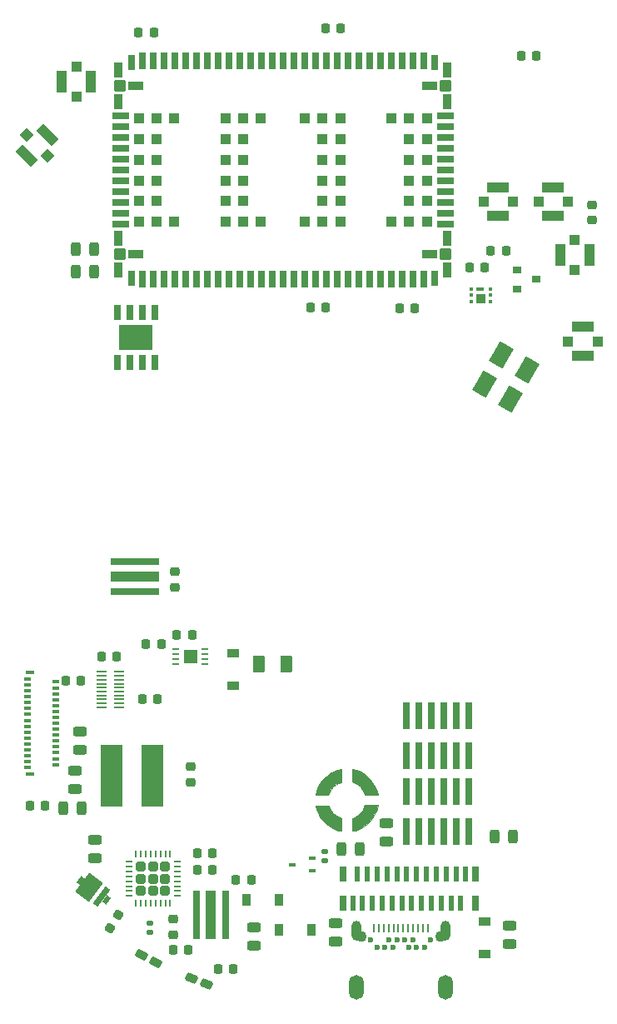
<source format=gbr>
G04 #@! TF.GenerationSoftware,KiCad,Pcbnew,6.0.0+dfsg1-2*
G04 #@! TF.CreationDate,2022-05-11T22:29:48-04:00*
G04 #@! TF.ProjectId,RUSP_Mainboard,52555350-5f4d-4616-996e-626f6172642e,rev?*
G04 #@! TF.SameCoordinates,Original*
G04 #@! TF.FileFunction,Paste,Top*
G04 #@! TF.FilePolarity,Positive*
%FSLAX46Y46*%
G04 Gerber Fmt 4.6, Leading zero omitted, Abs format (unit mm)*
G04 Created by KiCad (PCBNEW 6.0.0+dfsg1-2) date 2022-05-11 22:29:48*
%MOMM*%
%LPD*%
G01*
G04 APERTURE LIST*
G04 Aperture macros list*
%AMRoundRect*
0 Rectangle with rounded corners*
0 $1 Rounding radius*
0 $2 $3 $4 $5 $6 $7 $8 $9 X,Y pos of 4 corners*
0 Add a 4 corners polygon primitive as box body*
4,1,4,$2,$3,$4,$5,$6,$7,$8,$9,$2,$3,0*
0 Add four circle primitives for the rounded corners*
1,1,$1+$1,$2,$3*
1,1,$1+$1,$4,$5*
1,1,$1+$1,$6,$7*
1,1,$1+$1,$8,$9*
0 Add four rect primitives between the rounded corners*
20,1,$1+$1,$2,$3,$4,$5,0*
20,1,$1+$1,$4,$5,$6,$7,0*
20,1,$1+$1,$6,$7,$8,$9,0*
20,1,$1+$1,$8,$9,$2,$3,0*%
%AMRotRect*
0 Rectangle, with rotation*
0 The origin of the aperture is its center*
0 $1 length*
0 $2 width*
0 $3 Rotation angle, in degrees counterclockwise*
0 Add horizontal line*
21,1,$1,$2,0,0,$3*%
G04 Aperture macros list end*
%ADD10C,0.100000*%
%ADD11C,0.010000*%
%ADD12RoundRect,0.147500X0.172500X-0.147500X0.172500X0.147500X-0.172500X0.147500X-0.172500X-0.147500X0*%
%ADD13RoundRect,0.225000X-0.225000X-0.250000X0.225000X-0.250000X0.225000X0.250000X-0.225000X0.250000X0*%
%ADD14RoundRect,0.218750X-0.218750X-0.256250X0.218750X-0.256250X0.218750X0.256250X-0.218750X0.256250X0*%
%ADD15R,0.740000X2.790000*%
%ADD16R,0.800000X1.600000*%
%ADD17R,0.600000X1.600000*%
%ADD18R,1.200000X0.900000*%
%ADD19RoundRect,0.243750X-0.243750X-0.456250X0.243750X-0.456250X0.243750X0.456250X-0.243750X0.456250X0*%
%ADD20RoundRect,0.243750X0.456250X-0.243750X0.456250X0.243750X-0.456250X0.243750X-0.456250X-0.243750X0*%
%ADD21RoundRect,0.243750X0.243750X0.456250X-0.243750X0.456250X-0.243750X-0.456250X0.243750X-0.456250X0*%
%ADD22RoundRect,0.225000X0.225000X0.250000X-0.225000X0.250000X-0.225000X-0.250000X0.225000X-0.250000X0*%
%ADD23RoundRect,0.212500X-0.449585X-0.055039X0.297279X-0.341733X0.449585X0.055039X-0.297279X0.341733X0*%
%ADD24RoundRect,0.218750X-0.256250X0.218750X-0.256250X-0.218750X0.256250X-0.218750X0.256250X0.218750X0*%
%ADD25R,1.360000X1.460000*%
%ADD26R,0.750000X0.280000*%
%ADD27R,0.280000X0.890000*%
%ADD28C,0.600000*%
%ADD29O,1.000000X2.000000*%
%ADD30O,1.500000X2.500000*%
%ADD31C,1.100000*%
%ADD32R,0.800000X1.500000*%
%ADD33R,0.750000X1.750000*%
%ADD34RoundRect,0.025000X-0.400000X-0.750000X0.400000X-0.750000X0.400000X0.750000X-0.400000X0.750000X0*%
%ADD35RoundRect,0.025000X-0.550000X-0.550000X0.550000X-0.550000X0.550000X0.550000X-0.550000X0.550000X0*%
%ADD36R,1.750000X0.750000*%
%ADD37RoundRect,0.025000X0.400000X0.750000X-0.400000X0.750000X-0.400000X-0.750000X0.400000X-0.750000X0*%
%ADD38RoundRect,0.025000X0.550000X0.550000X-0.550000X0.550000X-0.550000X-0.550000X0.550000X-0.550000X0*%
%ADD39RoundRect,0.025000X-0.750000X0.400000X-0.750000X-0.400000X0.750000X-0.400000X0.750000X0.400000X0*%
%ADD40R,1.050000X1.050000*%
%ADD41RoundRect,0.025000X0.750000X-0.400000X0.750000X0.400000X-0.750000X0.400000X-0.750000X-0.400000X0*%
%ADD42RoundRect,0.218750X0.256250X-0.218750X0.256250X0.218750X-0.256250X0.218750X-0.256250X-0.218750X0*%
%ADD43RoundRect,0.218750X0.218750X0.256250X-0.218750X0.256250X-0.218750X-0.256250X0.218750X-0.256250X0*%
%ADD44R,0.450000X0.300000*%
%ADD45R,1.000000X1.000000*%
%ADD46R,1.050000X2.200000*%
%ADD47RotRect,1.000000X1.000000X45.000000*%
%ADD48RotRect,1.050000X2.200000X45.000000*%
%ADD49RoundRect,0.212500X-0.452942X0.000162X0.253416X-0.375415X0.452942X-0.000162X-0.253416X0.375415X0*%
%ADD50R,5.000000X0.700000*%
%ADD51R,5.000000X1.000000*%
%ADD52RoundRect,0.243750X-0.456250X0.243750X-0.456250X-0.243750X0.456250X-0.243750X0.456250X0.243750X0*%
%ADD53R,0.700000X0.450000*%
%ADD54R,2.200000X6.300000*%
%ADD55R,2.200000X1.050000*%
%ADD56RoundRect,0.218750X0.101392X-0.321302X0.333232X0.049719X-0.101392X0.321302X-0.333232X-0.049719X0*%
%ADD57RotRect,2.400000X1.750000X53.000000*%
%ADD58RotRect,0.800000X0.500000X53.000000*%
%ADD59RotRect,2.150000X0.600000X53.000000*%
%ADD60R,0.900000X0.800000*%
%ADD61R,0.950000X0.400000*%
%ADD62R,0.800000X0.300000*%
%ADD63R,0.650000X0.300000*%
%ADD64RoundRect,0.250000X-0.375000X-0.625000X0.375000X-0.625000X0.375000X0.625000X-0.375000X0.625000X0*%
%ADD65R,3.500000X2.610000*%
%ADD66RoundRect,0.147500X-0.172500X0.147500X-0.172500X-0.147500X0.172500X-0.147500X0.172500X0.147500X0*%
%ADD67RoundRect,0.225000X-0.250000X0.225000X-0.250000X-0.225000X0.250000X-0.225000X0.250000X0.225000X0*%
%ADD68R,0.700000X5.000000*%
%ADD69R,1.000000X5.000000*%
%ADD70RotRect,1.600000X2.300000X330.000000*%
%ADD71RoundRect,0.245000X0.245000X0.245000X-0.245000X0.245000X-0.245000X-0.245000X0.245000X-0.245000X0*%
%ADD72RoundRect,0.062500X0.312500X0.062500X-0.312500X0.062500X-0.312500X-0.062500X0.312500X-0.062500X0*%
%ADD73RoundRect,0.062500X0.062500X0.312500X-0.062500X0.312500X-0.062500X-0.312500X0.062500X-0.312500X0*%
%ADD74R,0.900000X1.200000*%
%ADD75R,1.100000X0.180000*%
%ADD76R,1.000000X0.180000*%
G04 APERTURE END LIST*
D10*
X150900000Y-133125000D02*
X151025000Y-132775000D01*
X151025000Y-132775000D02*
X151175000Y-132450000D01*
X151175000Y-132450000D02*
X151350000Y-132175000D01*
X151350000Y-132175000D02*
X151550000Y-131925000D01*
X151550000Y-131925000D02*
X151725000Y-131725000D01*
X151725000Y-131725000D02*
X151900000Y-131575000D01*
X151900000Y-131575000D02*
X152150000Y-131375000D01*
X152150000Y-131375000D02*
X152425000Y-131200000D01*
X152425000Y-131200000D02*
X152700000Y-131075000D01*
X152700000Y-131075000D02*
X153075000Y-130925000D01*
X153075000Y-130925000D02*
X153425000Y-130850000D01*
X153425000Y-130850000D02*
X153425000Y-132175000D01*
X153425000Y-132175000D02*
X153175000Y-132250000D01*
X153175000Y-132250000D02*
X152925000Y-132400000D01*
X152925000Y-132400000D02*
X152625000Y-132625000D01*
X152625000Y-132625000D02*
X152350000Y-132975000D01*
X152350000Y-132975000D02*
X152125000Y-133475000D01*
X152125000Y-133475000D02*
X150825000Y-133475000D01*
X150825000Y-133475000D02*
X150900000Y-133125000D01*
G36*
X153425000Y-132175000D02*
G01*
X153175000Y-132250000D01*
X152925000Y-132400000D01*
X152625000Y-132625000D01*
X152350000Y-132975000D01*
X152125000Y-133475000D01*
X150825000Y-133475000D01*
X150900000Y-133125000D01*
X151025000Y-132775000D01*
X151175000Y-132450000D01*
X151350000Y-132175000D01*
X151550000Y-131925000D01*
X151725000Y-131725000D01*
X151900000Y-131575000D01*
X152150000Y-131375000D01*
X152425000Y-131200000D01*
X152700000Y-131075000D01*
X153075000Y-130925000D01*
X153425000Y-130850000D01*
X153425000Y-132175000D01*
G37*
X153425000Y-132175000D02*
X153175000Y-132250000D01*
X152925000Y-132400000D01*
X152625000Y-132625000D01*
X152350000Y-132975000D01*
X152125000Y-133475000D01*
X150825000Y-133475000D01*
X150900000Y-133125000D01*
X151025000Y-132775000D01*
X151175000Y-132450000D01*
X151350000Y-132175000D01*
X151550000Y-131925000D01*
X151725000Y-131725000D01*
X151900000Y-131575000D01*
X152150000Y-131375000D01*
X152425000Y-131200000D01*
X152700000Y-131075000D01*
X153075000Y-130925000D01*
X153425000Y-130850000D01*
X153425000Y-132175000D01*
X153125000Y-137075000D02*
X152775000Y-136950000D01*
X152775000Y-136950000D02*
X152450000Y-136800000D01*
X152450000Y-136800000D02*
X152175000Y-136625000D01*
X152175000Y-136625000D02*
X151925000Y-136425000D01*
X151925000Y-136425000D02*
X151725000Y-136250000D01*
X151725000Y-136250000D02*
X151575000Y-136075000D01*
X151575000Y-136075000D02*
X151375000Y-135825000D01*
X151375000Y-135825000D02*
X151200000Y-135550000D01*
X151200000Y-135550000D02*
X151075000Y-135275000D01*
X151075000Y-135275000D02*
X150925000Y-134900000D01*
X150925000Y-134900000D02*
X150850000Y-134550000D01*
X150850000Y-134550000D02*
X152175000Y-134550000D01*
X152175000Y-134550000D02*
X152250000Y-134800000D01*
X152250000Y-134800000D02*
X152400000Y-135050000D01*
X152400000Y-135050000D02*
X152625000Y-135350000D01*
X152625000Y-135350000D02*
X152975000Y-135625000D01*
X152975000Y-135625000D02*
X153475000Y-135850000D01*
X153475000Y-135850000D02*
X153475000Y-137150000D01*
X153475000Y-137150000D02*
X153125000Y-137075000D01*
G36*
X152250000Y-134800000D02*
G01*
X152400000Y-135050000D01*
X152625000Y-135350000D01*
X152975000Y-135625000D01*
X153475000Y-135850000D01*
X153475000Y-137150000D01*
X153125000Y-137075000D01*
X152775000Y-136950000D01*
X152450000Y-136800000D01*
X152175000Y-136625000D01*
X151925000Y-136425000D01*
X151725000Y-136250000D01*
X151575000Y-136075000D01*
X151375000Y-135825000D01*
X151200000Y-135550000D01*
X151075000Y-135275000D01*
X150925000Y-134900000D01*
X150850000Y-134550000D01*
X152175000Y-134550000D01*
X152250000Y-134800000D01*
G37*
X152250000Y-134800000D02*
X152400000Y-135050000D01*
X152625000Y-135350000D01*
X152975000Y-135625000D01*
X153475000Y-135850000D01*
X153475000Y-137150000D01*
X153125000Y-137075000D01*
X152775000Y-136950000D01*
X152450000Y-136800000D01*
X152175000Y-136625000D01*
X151925000Y-136425000D01*
X151725000Y-136250000D01*
X151575000Y-136075000D01*
X151375000Y-135825000D01*
X151200000Y-135550000D01*
X151075000Y-135275000D01*
X150925000Y-134900000D01*
X150850000Y-134550000D01*
X152175000Y-134550000D01*
X152250000Y-134800000D01*
X157075000Y-134875000D02*
X156950000Y-135225000D01*
X156950000Y-135225000D02*
X156800000Y-135550000D01*
X156800000Y-135550000D02*
X156625000Y-135825000D01*
X156625000Y-135825000D02*
X156425000Y-136075000D01*
X156425000Y-136075000D02*
X156250000Y-136275000D01*
X156250000Y-136275000D02*
X156075000Y-136425000D01*
X156075000Y-136425000D02*
X155825000Y-136625000D01*
X155825000Y-136625000D02*
X155550000Y-136800000D01*
X155550000Y-136800000D02*
X155275000Y-136925000D01*
X155275000Y-136925000D02*
X154900000Y-137075000D01*
X154900000Y-137075000D02*
X154550000Y-137150000D01*
X154550000Y-137150000D02*
X154550000Y-135825000D01*
X154550000Y-135825000D02*
X154800000Y-135750000D01*
X154800000Y-135750000D02*
X155050000Y-135600000D01*
X155050000Y-135600000D02*
X155350000Y-135375000D01*
X155350000Y-135375000D02*
X155625000Y-135025000D01*
X155625000Y-135025000D02*
X155850000Y-134525000D01*
X155850000Y-134525000D02*
X157150000Y-134525000D01*
X157150000Y-134525000D02*
X157075000Y-134875000D01*
G36*
X157075000Y-134875000D02*
G01*
X156950000Y-135225000D01*
X156800000Y-135550000D01*
X156625000Y-135825000D01*
X156425000Y-136075000D01*
X156250000Y-136275000D01*
X156075000Y-136425000D01*
X155825000Y-136625000D01*
X155550000Y-136800000D01*
X155275000Y-136925000D01*
X154900000Y-137075000D01*
X154550000Y-137150000D01*
X154550000Y-135825000D01*
X154800000Y-135750000D01*
X155050000Y-135600000D01*
X155350000Y-135375000D01*
X155625000Y-135025000D01*
X155850000Y-134525000D01*
X157150000Y-134525000D01*
X157075000Y-134875000D01*
G37*
X157075000Y-134875000D02*
X156950000Y-135225000D01*
X156800000Y-135550000D01*
X156625000Y-135825000D01*
X156425000Y-136075000D01*
X156250000Y-136275000D01*
X156075000Y-136425000D01*
X155825000Y-136625000D01*
X155550000Y-136800000D01*
X155275000Y-136925000D01*
X154900000Y-137075000D01*
X154550000Y-137150000D01*
X154550000Y-135825000D01*
X154800000Y-135750000D01*
X155050000Y-135600000D01*
X155350000Y-135375000D01*
X155625000Y-135025000D01*
X155850000Y-134525000D01*
X157150000Y-134525000D01*
X157075000Y-134875000D01*
X154875000Y-130925000D02*
X155225000Y-131050000D01*
X155225000Y-131050000D02*
X155550000Y-131200000D01*
X155550000Y-131200000D02*
X155825000Y-131375000D01*
X155825000Y-131375000D02*
X156075000Y-131575000D01*
X156075000Y-131575000D02*
X156275000Y-131750000D01*
X156275000Y-131750000D02*
X156425000Y-131925000D01*
X156425000Y-131925000D02*
X156625000Y-132175000D01*
X156625000Y-132175000D02*
X156800000Y-132450000D01*
X156800000Y-132450000D02*
X156925000Y-132725000D01*
X156925000Y-132725000D02*
X157075000Y-133100000D01*
X157075000Y-133100000D02*
X157150000Y-133450000D01*
X157150000Y-133450000D02*
X155825000Y-133450000D01*
X155825000Y-133450000D02*
X155750000Y-133200000D01*
X155750000Y-133200000D02*
X155600000Y-132950000D01*
X155600000Y-132950000D02*
X155375000Y-132650000D01*
X155375000Y-132650000D02*
X155025000Y-132375000D01*
X155025000Y-132375000D02*
X154525000Y-132150000D01*
X154525000Y-132150000D02*
X154525000Y-130850000D01*
X154525000Y-130850000D02*
X154875000Y-130925000D01*
G36*
X154875000Y-130925000D02*
G01*
X155225000Y-131050000D01*
X155550000Y-131200000D01*
X155825000Y-131375000D01*
X156075000Y-131575000D01*
X156275000Y-131750000D01*
X156425000Y-131925000D01*
X156625000Y-132175000D01*
X156800000Y-132450000D01*
X156925000Y-132725000D01*
X157075000Y-133100000D01*
X157150000Y-133450000D01*
X155825000Y-133450000D01*
X155750000Y-133200000D01*
X155600000Y-132950000D01*
X155375000Y-132650000D01*
X155025000Y-132375000D01*
X154525000Y-132150000D01*
X154525000Y-130850000D01*
X154875000Y-130925000D01*
G37*
X154875000Y-130925000D02*
X155225000Y-131050000D01*
X155550000Y-131200000D01*
X155825000Y-131375000D01*
X156075000Y-131575000D01*
X156275000Y-131750000D01*
X156425000Y-131925000D01*
X156625000Y-132175000D01*
X156800000Y-132450000D01*
X156925000Y-132725000D01*
X157075000Y-133100000D01*
X157150000Y-133450000D01*
X155825000Y-133450000D01*
X155750000Y-133200000D01*
X155600000Y-132950000D01*
X155375000Y-132650000D01*
X155025000Y-132375000D01*
X154525000Y-132150000D01*
X154525000Y-130850000D01*
X154875000Y-130925000D01*
D11*
X167205000Y-81905000D02*
X167805000Y-81905000D01*
X167805000Y-81905000D02*
X167807617Y-81905069D01*
X167807617Y-81905069D02*
X167810226Y-81905274D01*
X167810226Y-81905274D02*
X167812822Y-81905616D01*
X167812822Y-81905616D02*
X167815396Y-81906093D01*
X167815396Y-81906093D02*
X167817941Y-81906704D01*
X167817941Y-81906704D02*
X167820451Y-81907447D01*
X167820451Y-81907447D02*
X167822918Y-81908321D01*
X167822918Y-81908321D02*
X167825337Y-81909323D01*
X167825337Y-81909323D02*
X167827700Y-81910450D01*
X167827700Y-81910450D02*
X167830000Y-81911699D01*
X167830000Y-81911699D02*
X167832232Y-81913066D01*
X167832232Y-81913066D02*
X167834389Y-81914549D01*
X167834389Y-81914549D02*
X167836466Y-81916143D01*
X167836466Y-81916143D02*
X167838457Y-81917843D01*
X167838457Y-81917843D02*
X167840355Y-81919645D01*
X167840355Y-81919645D02*
X167842157Y-81921543D01*
X167842157Y-81921543D02*
X167843857Y-81923534D01*
X167843857Y-81923534D02*
X167845451Y-81925611D01*
X167845451Y-81925611D02*
X167846934Y-81927768D01*
X167846934Y-81927768D02*
X167848301Y-81930000D01*
X167848301Y-81930000D02*
X167849550Y-81932300D01*
X167849550Y-81932300D02*
X167850677Y-81934663D01*
X167850677Y-81934663D02*
X167851679Y-81937082D01*
X167851679Y-81937082D02*
X167852553Y-81939549D01*
X167852553Y-81939549D02*
X167853296Y-81942059D01*
X167853296Y-81942059D02*
X167853907Y-81944604D01*
X167853907Y-81944604D02*
X167854384Y-81947178D01*
X167854384Y-81947178D02*
X167854726Y-81949774D01*
X167854726Y-81949774D02*
X167854931Y-81952383D01*
X167854931Y-81952383D02*
X167855000Y-81955000D01*
X167855000Y-81955000D02*
X167855000Y-82145000D01*
X167855000Y-82145000D02*
X167854931Y-82147617D01*
X167854931Y-82147617D02*
X167854726Y-82150226D01*
X167854726Y-82150226D02*
X167854384Y-82152822D01*
X167854384Y-82152822D02*
X167853907Y-82155396D01*
X167853907Y-82155396D02*
X167853296Y-82157941D01*
X167853296Y-82157941D02*
X167852553Y-82160451D01*
X167852553Y-82160451D02*
X167851679Y-82162918D01*
X167851679Y-82162918D02*
X167850677Y-82165337D01*
X167850677Y-82165337D02*
X167849550Y-82167700D01*
X167849550Y-82167700D02*
X167848301Y-82170000D01*
X167848301Y-82170000D02*
X167846934Y-82172232D01*
X167846934Y-82172232D02*
X167845451Y-82174389D01*
X167845451Y-82174389D02*
X167843857Y-82176466D01*
X167843857Y-82176466D02*
X167842157Y-82178457D01*
X167842157Y-82178457D02*
X167840355Y-82180355D01*
X167840355Y-82180355D02*
X167838457Y-82182157D01*
X167838457Y-82182157D02*
X167836466Y-82183857D01*
X167836466Y-82183857D02*
X167834389Y-82185451D01*
X167834389Y-82185451D02*
X167832232Y-82186934D01*
X167832232Y-82186934D02*
X167830000Y-82188301D01*
X167830000Y-82188301D02*
X167827700Y-82189550D01*
X167827700Y-82189550D02*
X167825337Y-82190677D01*
X167825337Y-82190677D02*
X167822918Y-82191679D01*
X167822918Y-82191679D02*
X167820451Y-82192553D01*
X167820451Y-82192553D02*
X167817941Y-82193296D01*
X167817941Y-82193296D02*
X167815396Y-82193907D01*
X167815396Y-82193907D02*
X167812822Y-82194384D01*
X167812822Y-82194384D02*
X167810226Y-82194726D01*
X167810226Y-82194726D02*
X167807617Y-82194931D01*
X167807617Y-82194931D02*
X167805000Y-82195000D01*
X167805000Y-82195000D02*
X167205000Y-82195000D01*
X167205000Y-82195000D02*
X167202383Y-82194931D01*
X167202383Y-82194931D02*
X167199774Y-82194726D01*
X167199774Y-82194726D02*
X167197178Y-82194384D01*
X167197178Y-82194384D02*
X167194604Y-82193907D01*
X167194604Y-82193907D02*
X167192059Y-82193296D01*
X167192059Y-82193296D02*
X167189549Y-82192553D01*
X167189549Y-82192553D02*
X167187082Y-82191679D01*
X167187082Y-82191679D02*
X167184663Y-82190677D01*
X167184663Y-82190677D02*
X167182300Y-82189550D01*
X167182300Y-82189550D02*
X167180000Y-82188301D01*
X167180000Y-82188301D02*
X167177768Y-82186934D01*
X167177768Y-82186934D02*
X167175611Y-82185451D01*
X167175611Y-82185451D02*
X167173534Y-82183857D01*
X167173534Y-82183857D02*
X167171543Y-82182157D01*
X167171543Y-82182157D02*
X167169645Y-82180355D01*
X167169645Y-82180355D02*
X167167843Y-82178457D01*
X167167843Y-82178457D02*
X167166143Y-82176466D01*
X167166143Y-82176466D02*
X167164549Y-82174389D01*
X167164549Y-82174389D02*
X167163066Y-82172232D01*
X167163066Y-82172232D02*
X167161699Y-82170000D01*
X167161699Y-82170000D02*
X167160450Y-82167700D01*
X167160450Y-82167700D02*
X167159323Y-82165337D01*
X167159323Y-82165337D02*
X167158321Y-82162918D01*
X167158321Y-82162918D02*
X167157447Y-82160451D01*
X167157447Y-82160451D02*
X167156704Y-82157941D01*
X167156704Y-82157941D02*
X167156093Y-82155396D01*
X167156093Y-82155396D02*
X167155616Y-82152822D01*
X167155616Y-82152822D02*
X167155274Y-82150226D01*
X167155274Y-82150226D02*
X167155069Y-82147617D01*
X167155069Y-82147617D02*
X167155000Y-82145000D01*
X167155000Y-82145000D02*
X167155000Y-81955000D01*
X167155000Y-81955000D02*
X167155069Y-81952383D01*
X167155069Y-81952383D02*
X167155274Y-81949774D01*
X167155274Y-81949774D02*
X167155616Y-81947178D01*
X167155616Y-81947178D02*
X167156093Y-81944604D01*
X167156093Y-81944604D02*
X167156704Y-81942059D01*
X167156704Y-81942059D02*
X167157447Y-81939549D01*
X167157447Y-81939549D02*
X167158321Y-81937082D01*
X167158321Y-81937082D02*
X167159323Y-81934663D01*
X167159323Y-81934663D02*
X167160450Y-81932300D01*
X167160450Y-81932300D02*
X167161699Y-81930000D01*
X167161699Y-81930000D02*
X167163066Y-81927768D01*
X167163066Y-81927768D02*
X167164549Y-81925611D01*
X167164549Y-81925611D02*
X167166143Y-81923534D01*
X167166143Y-81923534D02*
X167167843Y-81921543D01*
X167167843Y-81921543D02*
X167169645Y-81919645D01*
X167169645Y-81919645D02*
X167171543Y-81917843D01*
X167171543Y-81917843D02*
X167173534Y-81916143D01*
X167173534Y-81916143D02*
X167175611Y-81914549D01*
X167175611Y-81914549D02*
X167177768Y-81913066D01*
X167177768Y-81913066D02*
X167180000Y-81911699D01*
X167180000Y-81911699D02*
X167182300Y-81910450D01*
X167182300Y-81910450D02*
X167184663Y-81909323D01*
X167184663Y-81909323D02*
X167187082Y-81908321D01*
X167187082Y-81908321D02*
X167189549Y-81907447D01*
X167189549Y-81907447D02*
X167192059Y-81906704D01*
X167192059Y-81906704D02*
X167194604Y-81906093D01*
X167194604Y-81906093D02*
X167197178Y-81905616D01*
X167197178Y-81905616D02*
X167199774Y-81905274D01*
X167199774Y-81905274D02*
X167202383Y-81905069D01*
X167202383Y-81905069D02*
X167205000Y-81905000D01*
X167205000Y-81905000D02*
X167205000Y-81905000D01*
G36*
X167807617Y-81905069D02*
G01*
X167810226Y-81905274D01*
X167812822Y-81905616D01*
X167815396Y-81906093D01*
X167817941Y-81906704D01*
X167820451Y-81907447D01*
X167822918Y-81908321D01*
X167825337Y-81909323D01*
X167827700Y-81910450D01*
X167830000Y-81911699D01*
X167832232Y-81913066D01*
X167834389Y-81914549D01*
X167836466Y-81916143D01*
X167838457Y-81917843D01*
X167840355Y-81919645D01*
X167842157Y-81921543D01*
X167843857Y-81923534D01*
X167845451Y-81925611D01*
X167846934Y-81927768D01*
X167848301Y-81930000D01*
X167849550Y-81932300D01*
X167850677Y-81934663D01*
X167851679Y-81937082D01*
X167852553Y-81939549D01*
X167853296Y-81942059D01*
X167853907Y-81944604D01*
X167854384Y-81947178D01*
X167854726Y-81949774D01*
X167854931Y-81952383D01*
X167855000Y-81955000D01*
X167855000Y-82145000D01*
X167854931Y-82147617D01*
X167854726Y-82150226D01*
X167854384Y-82152822D01*
X167853907Y-82155396D01*
X167853296Y-82157941D01*
X167852553Y-82160451D01*
X167851679Y-82162918D01*
X167850677Y-82165337D01*
X167849550Y-82167700D01*
X167848301Y-82170000D01*
X167846934Y-82172232D01*
X167845451Y-82174389D01*
X167843857Y-82176466D01*
X167842157Y-82178457D01*
X167840355Y-82180355D01*
X167838457Y-82182157D01*
X167836466Y-82183857D01*
X167834389Y-82185451D01*
X167832232Y-82186934D01*
X167830000Y-82188301D01*
X167827700Y-82189550D01*
X167825337Y-82190677D01*
X167822918Y-82191679D01*
X167820451Y-82192553D01*
X167817941Y-82193296D01*
X167815396Y-82193907D01*
X167812822Y-82194384D01*
X167810226Y-82194726D01*
X167807617Y-82194931D01*
X167805000Y-82195000D01*
X167205000Y-82195000D01*
X167202383Y-82194931D01*
X167199774Y-82194726D01*
X167197178Y-82194384D01*
X167194604Y-82193907D01*
X167192059Y-82193296D01*
X167189549Y-82192553D01*
X167187082Y-82191679D01*
X167184663Y-82190677D01*
X167182300Y-82189550D01*
X167180000Y-82188301D01*
X167177768Y-82186934D01*
X167175611Y-82185451D01*
X167173534Y-82183857D01*
X167171543Y-82182157D01*
X167169645Y-82180355D01*
X167167843Y-82178457D01*
X167166143Y-82176466D01*
X167164549Y-82174389D01*
X167163066Y-82172232D01*
X167161699Y-82170000D01*
X167160450Y-82167700D01*
X167159323Y-82165337D01*
X167158321Y-82162918D01*
X167157447Y-82160451D01*
X167156704Y-82157941D01*
X167156093Y-82155396D01*
X167155616Y-82152822D01*
X167155274Y-82150226D01*
X167155069Y-82147617D01*
X167155000Y-82145000D01*
X167155000Y-81955000D01*
X167155069Y-81952383D01*
X167155274Y-81949774D01*
X167155616Y-81947178D01*
X167156093Y-81944604D01*
X167156704Y-81942059D01*
X167157447Y-81939549D01*
X167158321Y-81937082D01*
X167159323Y-81934663D01*
X167160450Y-81932300D01*
X167161699Y-81930000D01*
X167163066Y-81927768D01*
X167164549Y-81925611D01*
X167166143Y-81923534D01*
X167167843Y-81921543D01*
X167169645Y-81919645D01*
X167171543Y-81917843D01*
X167173534Y-81916143D01*
X167175611Y-81914549D01*
X167177768Y-81913066D01*
X167180000Y-81911699D01*
X167182300Y-81910450D01*
X167184663Y-81909323D01*
X167187082Y-81908321D01*
X167189549Y-81907447D01*
X167192059Y-81906704D01*
X167194604Y-81906093D01*
X167197178Y-81905616D01*
X167199774Y-81905274D01*
X167202383Y-81905069D01*
X167205000Y-81905000D01*
X167805000Y-81905000D01*
X167807617Y-81905069D01*
G37*
X167807617Y-81905069D02*
X167810226Y-81905274D01*
X167812822Y-81905616D01*
X167815396Y-81906093D01*
X167817941Y-81906704D01*
X167820451Y-81907447D01*
X167822918Y-81908321D01*
X167825337Y-81909323D01*
X167827700Y-81910450D01*
X167830000Y-81911699D01*
X167832232Y-81913066D01*
X167834389Y-81914549D01*
X167836466Y-81916143D01*
X167838457Y-81917843D01*
X167840355Y-81919645D01*
X167842157Y-81921543D01*
X167843857Y-81923534D01*
X167845451Y-81925611D01*
X167846934Y-81927768D01*
X167848301Y-81930000D01*
X167849550Y-81932300D01*
X167850677Y-81934663D01*
X167851679Y-81937082D01*
X167852553Y-81939549D01*
X167853296Y-81942059D01*
X167853907Y-81944604D01*
X167854384Y-81947178D01*
X167854726Y-81949774D01*
X167854931Y-81952383D01*
X167855000Y-81955000D01*
X167855000Y-82145000D01*
X167854931Y-82147617D01*
X167854726Y-82150226D01*
X167854384Y-82152822D01*
X167853907Y-82155396D01*
X167853296Y-82157941D01*
X167852553Y-82160451D01*
X167851679Y-82162918D01*
X167850677Y-82165337D01*
X167849550Y-82167700D01*
X167848301Y-82170000D01*
X167846934Y-82172232D01*
X167845451Y-82174389D01*
X167843857Y-82176466D01*
X167842157Y-82178457D01*
X167840355Y-82180355D01*
X167838457Y-82182157D01*
X167836466Y-82183857D01*
X167834389Y-82185451D01*
X167832232Y-82186934D01*
X167830000Y-82188301D01*
X167827700Y-82189550D01*
X167825337Y-82190677D01*
X167822918Y-82191679D01*
X167820451Y-82192553D01*
X167817941Y-82193296D01*
X167815396Y-82193907D01*
X167812822Y-82194384D01*
X167810226Y-82194726D01*
X167807617Y-82194931D01*
X167805000Y-82195000D01*
X167205000Y-82195000D01*
X167202383Y-82194931D01*
X167199774Y-82194726D01*
X167197178Y-82194384D01*
X167194604Y-82193907D01*
X167192059Y-82193296D01*
X167189549Y-82192553D01*
X167187082Y-82191679D01*
X167184663Y-82190677D01*
X167182300Y-82189550D01*
X167180000Y-82188301D01*
X167177768Y-82186934D01*
X167175611Y-82185451D01*
X167173534Y-82183857D01*
X167171543Y-82182157D01*
X167169645Y-82180355D01*
X167167843Y-82178457D01*
X167166143Y-82176466D01*
X167164549Y-82174389D01*
X167163066Y-82172232D01*
X167161699Y-82170000D01*
X167160450Y-82167700D01*
X167159323Y-82165337D01*
X167158321Y-82162918D01*
X167157447Y-82160451D01*
X167156704Y-82157941D01*
X167156093Y-82155396D01*
X167155616Y-82152822D01*
X167155274Y-82150226D01*
X167155069Y-82147617D01*
X167155000Y-82145000D01*
X167155000Y-81955000D01*
X167155069Y-81952383D01*
X167155274Y-81949774D01*
X167155616Y-81947178D01*
X167156093Y-81944604D01*
X167156704Y-81942059D01*
X167157447Y-81939549D01*
X167158321Y-81937082D01*
X167159323Y-81934663D01*
X167160450Y-81932300D01*
X167161699Y-81930000D01*
X167163066Y-81927768D01*
X167164549Y-81925611D01*
X167166143Y-81923534D01*
X167167843Y-81921543D01*
X167169645Y-81919645D01*
X167171543Y-81917843D01*
X167173534Y-81916143D01*
X167175611Y-81914549D01*
X167177768Y-81913066D01*
X167180000Y-81911699D01*
X167182300Y-81910450D01*
X167184663Y-81909323D01*
X167187082Y-81908321D01*
X167189549Y-81907447D01*
X167192059Y-81906704D01*
X167194604Y-81906093D01*
X167197178Y-81905616D01*
X167199774Y-81905274D01*
X167202383Y-81905069D01*
X167205000Y-81905000D01*
X167805000Y-81905000D01*
X167807617Y-81905069D01*
X168000000Y-83455000D02*
X167200000Y-83455000D01*
X167200000Y-83455000D02*
X167197383Y-83454931D01*
X167197383Y-83454931D02*
X167194774Y-83454726D01*
X167194774Y-83454726D02*
X167192178Y-83454384D01*
X167192178Y-83454384D02*
X167189604Y-83453907D01*
X167189604Y-83453907D02*
X167187059Y-83453296D01*
X167187059Y-83453296D02*
X167184549Y-83452553D01*
X167184549Y-83452553D02*
X167182082Y-83451679D01*
X167182082Y-83451679D02*
X167179663Y-83450677D01*
X167179663Y-83450677D02*
X167177300Y-83449550D01*
X167177300Y-83449550D02*
X167175000Y-83448301D01*
X167175000Y-83448301D02*
X167172768Y-83446934D01*
X167172768Y-83446934D02*
X167170611Y-83445451D01*
X167170611Y-83445451D02*
X167168534Y-83443857D01*
X167168534Y-83443857D02*
X167166543Y-83442157D01*
X167166543Y-83442157D02*
X167164645Y-83440355D01*
X167164645Y-83440355D02*
X167162843Y-83438457D01*
X167162843Y-83438457D02*
X167161143Y-83436466D01*
X167161143Y-83436466D02*
X167159549Y-83434389D01*
X167159549Y-83434389D02*
X167158066Y-83432232D01*
X167158066Y-83432232D02*
X167156699Y-83430000D01*
X167156699Y-83430000D02*
X167155450Y-83427700D01*
X167155450Y-83427700D02*
X167154323Y-83425337D01*
X167154323Y-83425337D02*
X167153321Y-83422918D01*
X167153321Y-83422918D02*
X167152447Y-83420451D01*
X167152447Y-83420451D02*
X167151704Y-83417941D01*
X167151704Y-83417941D02*
X167151093Y-83415396D01*
X167151093Y-83415396D02*
X167150616Y-83412822D01*
X167150616Y-83412822D02*
X167150274Y-83410226D01*
X167150274Y-83410226D02*
X167150069Y-83407617D01*
X167150069Y-83407617D02*
X167150000Y-83405000D01*
X167150000Y-83405000D02*
X167150000Y-82645000D01*
X167150000Y-82645000D02*
X167150069Y-82642383D01*
X167150069Y-82642383D02*
X167150274Y-82639774D01*
X167150274Y-82639774D02*
X167150616Y-82637178D01*
X167150616Y-82637178D02*
X167151093Y-82634604D01*
X167151093Y-82634604D02*
X167151704Y-82632059D01*
X167151704Y-82632059D02*
X167152447Y-82629549D01*
X167152447Y-82629549D02*
X167153321Y-82627082D01*
X167153321Y-82627082D02*
X167154323Y-82624663D01*
X167154323Y-82624663D02*
X167155450Y-82622300D01*
X167155450Y-82622300D02*
X167156699Y-82620000D01*
X167156699Y-82620000D02*
X167158066Y-82617768D01*
X167158066Y-82617768D02*
X167159549Y-82615611D01*
X167159549Y-82615611D02*
X167161143Y-82613534D01*
X167161143Y-82613534D02*
X167162843Y-82611543D01*
X167162843Y-82611543D02*
X167164645Y-82609645D01*
X167164645Y-82609645D02*
X167166543Y-82607843D01*
X167166543Y-82607843D02*
X167168534Y-82606143D01*
X167168534Y-82606143D02*
X167170611Y-82604549D01*
X167170611Y-82604549D02*
X167172768Y-82603066D01*
X167172768Y-82603066D02*
X167175000Y-82601699D01*
X167175000Y-82601699D02*
X167177300Y-82600450D01*
X167177300Y-82600450D02*
X167179663Y-82599323D01*
X167179663Y-82599323D02*
X167182082Y-82598321D01*
X167182082Y-82598321D02*
X167184549Y-82597447D01*
X167184549Y-82597447D02*
X167187059Y-82596704D01*
X167187059Y-82596704D02*
X167189604Y-82596093D01*
X167189604Y-82596093D02*
X167192178Y-82595616D01*
X167192178Y-82595616D02*
X167194774Y-82595274D01*
X167194774Y-82595274D02*
X167197383Y-82595069D01*
X167197383Y-82595069D02*
X167200000Y-82595000D01*
X167200000Y-82595000D02*
X168000000Y-82595000D01*
X168000000Y-82595000D02*
X168002617Y-82595069D01*
X168002617Y-82595069D02*
X168005226Y-82595274D01*
X168005226Y-82595274D02*
X168007822Y-82595616D01*
X168007822Y-82595616D02*
X168010396Y-82596093D01*
X168010396Y-82596093D02*
X168012941Y-82596704D01*
X168012941Y-82596704D02*
X168015451Y-82597447D01*
X168015451Y-82597447D02*
X168017918Y-82598321D01*
X168017918Y-82598321D02*
X168020337Y-82599323D01*
X168020337Y-82599323D02*
X168022700Y-82600450D01*
X168022700Y-82600450D02*
X168025000Y-82601699D01*
X168025000Y-82601699D02*
X168027232Y-82603066D01*
X168027232Y-82603066D02*
X168029389Y-82604549D01*
X168029389Y-82604549D02*
X168031466Y-82606143D01*
X168031466Y-82606143D02*
X168033457Y-82607843D01*
X168033457Y-82607843D02*
X168035355Y-82609645D01*
X168035355Y-82609645D02*
X168037157Y-82611543D01*
X168037157Y-82611543D02*
X168038857Y-82613534D01*
X168038857Y-82613534D02*
X168040451Y-82615611D01*
X168040451Y-82615611D02*
X168041934Y-82617768D01*
X168041934Y-82617768D02*
X168043301Y-82620000D01*
X168043301Y-82620000D02*
X168044550Y-82622300D01*
X168044550Y-82622300D02*
X168045677Y-82624663D01*
X168045677Y-82624663D02*
X168046679Y-82627082D01*
X168046679Y-82627082D02*
X168047553Y-82629549D01*
X168047553Y-82629549D02*
X168048296Y-82632059D01*
X168048296Y-82632059D02*
X168048907Y-82634604D01*
X168048907Y-82634604D02*
X168049384Y-82637178D01*
X168049384Y-82637178D02*
X168049726Y-82639774D01*
X168049726Y-82639774D02*
X168049931Y-82642383D01*
X168049931Y-82642383D02*
X168050000Y-82645000D01*
X168050000Y-82645000D02*
X168050000Y-83405000D01*
X168050000Y-83405000D02*
X168049931Y-83407617D01*
X168049931Y-83407617D02*
X168049726Y-83410226D01*
X168049726Y-83410226D02*
X168049384Y-83412822D01*
X168049384Y-83412822D02*
X168048907Y-83415396D01*
X168048907Y-83415396D02*
X168048296Y-83417941D01*
X168048296Y-83417941D02*
X168047553Y-83420451D01*
X168047553Y-83420451D02*
X168046679Y-83422918D01*
X168046679Y-83422918D02*
X168045677Y-83425337D01*
X168045677Y-83425337D02*
X168044550Y-83427700D01*
X168044550Y-83427700D02*
X168043301Y-83430000D01*
X168043301Y-83430000D02*
X168041934Y-83432232D01*
X168041934Y-83432232D02*
X168040451Y-83434389D01*
X168040451Y-83434389D02*
X168038857Y-83436466D01*
X168038857Y-83436466D02*
X168037157Y-83438457D01*
X168037157Y-83438457D02*
X168035355Y-83440355D01*
X168035355Y-83440355D02*
X168033457Y-83442157D01*
X168033457Y-83442157D02*
X168031466Y-83443857D01*
X168031466Y-83443857D02*
X168029389Y-83445451D01*
X168029389Y-83445451D02*
X168027232Y-83446934D01*
X168027232Y-83446934D02*
X168025000Y-83448301D01*
X168025000Y-83448301D02*
X168022700Y-83449550D01*
X168022700Y-83449550D02*
X168020337Y-83450677D01*
X168020337Y-83450677D02*
X168017918Y-83451679D01*
X168017918Y-83451679D02*
X168015451Y-83452553D01*
X168015451Y-83452553D02*
X168012941Y-83453296D01*
X168012941Y-83453296D02*
X168010396Y-83453907D01*
X168010396Y-83453907D02*
X168007822Y-83454384D01*
X168007822Y-83454384D02*
X168005226Y-83454726D01*
X168005226Y-83454726D02*
X168002617Y-83454931D01*
X168002617Y-83454931D02*
X168000000Y-83455000D01*
X168000000Y-83455000D02*
X168000000Y-83455000D01*
G36*
X168002617Y-82595069D02*
G01*
X168005226Y-82595274D01*
X168007822Y-82595616D01*
X168010396Y-82596093D01*
X168012941Y-82596704D01*
X168015451Y-82597447D01*
X168017918Y-82598321D01*
X168020337Y-82599323D01*
X168022700Y-82600450D01*
X168025000Y-82601699D01*
X168027232Y-82603066D01*
X168029389Y-82604549D01*
X168031466Y-82606143D01*
X168033457Y-82607843D01*
X168035355Y-82609645D01*
X168037157Y-82611543D01*
X168038857Y-82613534D01*
X168040451Y-82615611D01*
X168041934Y-82617768D01*
X168043301Y-82620000D01*
X168044550Y-82622300D01*
X168045677Y-82624663D01*
X168046679Y-82627082D01*
X168047553Y-82629549D01*
X168048296Y-82632059D01*
X168048907Y-82634604D01*
X168049384Y-82637178D01*
X168049726Y-82639774D01*
X168049931Y-82642383D01*
X168050000Y-82645000D01*
X168050000Y-83405000D01*
X168049931Y-83407617D01*
X168049726Y-83410226D01*
X168049384Y-83412822D01*
X168048907Y-83415396D01*
X168048296Y-83417941D01*
X168047553Y-83420451D01*
X168046679Y-83422918D01*
X168045677Y-83425337D01*
X168044550Y-83427700D01*
X168043301Y-83430000D01*
X168041934Y-83432232D01*
X168040451Y-83434389D01*
X168038857Y-83436466D01*
X168037157Y-83438457D01*
X168035355Y-83440355D01*
X168033457Y-83442157D01*
X168031466Y-83443857D01*
X168029389Y-83445451D01*
X168027232Y-83446934D01*
X168025000Y-83448301D01*
X168022700Y-83449550D01*
X168020337Y-83450677D01*
X168017918Y-83451679D01*
X168015451Y-83452553D01*
X168012941Y-83453296D01*
X168010396Y-83453907D01*
X168007822Y-83454384D01*
X168005226Y-83454726D01*
X168002617Y-83454931D01*
X168000000Y-83455000D01*
X167200000Y-83455000D01*
X167197383Y-83454931D01*
X167194774Y-83454726D01*
X167192178Y-83454384D01*
X167189604Y-83453907D01*
X167187059Y-83453296D01*
X167184549Y-83452553D01*
X167182082Y-83451679D01*
X167179663Y-83450677D01*
X167177300Y-83449550D01*
X167175000Y-83448301D01*
X167172768Y-83446934D01*
X167170611Y-83445451D01*
X167168534Y-83443857D01*
X167166543Y-83442157D01*
X167164645Y-83440355D01*
X167162843Y-83438457D01*
X167161143Y-83436466D01*
X167159549Y-83434389D01*
X167158066Y-83432232D01*
X167156699Y-83430000D01*
X167155450Y-83427700D01*
X167154323Y-83425337D01*
X167153321Y-83422918D01*
X167152447Y-83420451D01*
X167151704Y-83417941D01*
X167151093Y-83415396D01*
X167150616Y-83412822D01*
X167150274Y-83410226D01*
X167150069Y-83407617D01*
X167150000Y-83405000D01*
X167150000Y-82645000D01*
X167150069Y-82642383D01*
X167150274Y-82639774D01*
X167150616Y-82637178D01*
X167151093Y-82634604D01*
X167151704Y-82632059D01*
X167152447Y-82629549D01*
X167153321Y-82627082D01*
X167154323Y-82624663D01*
X167155450Y-82622300D01*
X167156699Y-82620000D01*
X167158066Y-82617768D01*
X167159549Y-82615611D01*
X167161143Y-82613534D01*
X167162843Y-82611543D01*
X167164645Y-82609645D01*
X167166543Y-82607843D01*
X167168534Y-82606143D01*
X167170611Y-82604549D01*
X167172768Y-82603066D01*
X167175000Y-82601699D01*
X167177300Y-82600450D01*
X167179663Y-82599323D01*
X167182082Y-82598321D01*
X167184549Y-82597447D01*
X167187059Y-82596704D01*
X167189604Y-82596093D01*
X167192178Y-82595616D01*
X167194774Y-82595274D01*
X167197383Y-82595069D01*
X167200000Y-82595000D01*
X168000000Y-82595000D01*
X168002617Y-82595069D01*
G37*
X168002617Y-82595069D02*
X168005226Y-82595274D01*
X168007822Y-82595616D01*
X168010396Y-82596093D01*
X168012941Y-82596704D01*
X168015451Y-82597447D01*
X168017918Y-82598321D01*
X168020337Y-82599323D01*
X168022700Y-82600450D01*
X168025000Y-82601699D01*
X168027232Y-82603066D01*
X168029389Y-82604549D01*
X168031466Y-82606143D01*
X168033457Y-82607843D01*
X168035355Y-82609645D01*
X168037157Y-82611543D01*
X168038857Y-82613534D01*
X168040451Y-82615611D01*
X168041934Y-82617768D01*
X168043301Y-82620000D01*
X168044550Y-82622300D01*
X168045677Y-82624663D01*
X168046679Y-82627082D01*
X168047553Y-82629549D01*
X168048296Y-82632059D01*
X168048907Y-82634604D01*
X168049384Y-82637178D01*
X168049726Y-82639774D01*
X168049931Y-82642383D01*
X168050000Y-82645000D01*
X168050000Y-83405000D01*
X168049931Y-83407617D01*
X168049726Y-83410226D01*
X168049384Y-83412822D01*
X168048907Y-83415396D01*
X168048296Y-83417941D01*
X168047553Y-83420451D01*
X168046679Y-83422918D01*
X168045677Y-83425337D01*
X168044550Y-83427700D01*
X168043301Y-83430000D01*
X168041934Y-83432232D01*
X168040451Y-83434389D01*
X168038857Y-83436466D01*
X168037157Y-83438457D01*
X168035355Y-83440355D01*
X168033457Y-83442157D01*
X168031466Y-83443857D01*
X168029389Y-83445451D01*
X168027232Y-83446934D01*
X168025000Y-83448301D01*
X168022700Y-83449550D01*
X168020337Y-83450677D01*
X168017918Y-83451679D01*
X168015451Y-83452553D01*
X168012941Y-83453296D01*
X168010396Y-83453907D01*
X168007822Y-83454384D01*
X168005226Y-83454726D01*
X168002617Y-83454931D01*
X168000000Y-83455000D01*
X167200000Y-83455000D01*
X167197383Y-83454931D01*
X167194774Y-83454726D01*
X167192178Y-83454384D01*
X167189604Y-83453907D01*
X167187059Y-83453296D01*
X167184549Y-83452553D01*
X167182082Y-83451679D01*
X167179663Y-83450677D01*
X167177300Y-83449550D01*
X167175000Y-83448301D01*
X167172768Y-83446934D01*
X167170611Y-83445451D01*
X167168534Y-83443857D01*
X167166543Y-83442157D01*
X167164645Y-83440355D01*
X167162843Y-83438457D01*
X167161143Y-83436466D01*
X167159549Y-83434389D01*
X167158066Y-83432232D01*
X167156699Y-83430000D01*
X167155450Y-83427700D01*
X167154323Y-83425337D01*
X167153321Y-83422918D01*
X167152447Y-83420451D01*
X167151704Y-83417941D01*
X167151093Y-83415396D01*
X167150616Y-83412822D01*
X167150274Y-83410226D01*
X167150069Y-83407617D01*
X167150000Y-83405000D01*
X167150000Y-82645000D01*
X167150069Y-82642383D01*
X167150274Y-82639774D01*
X167150616Y-82637178D01*
X167151093Y-82634604D01*
X167151704Y-82632059D01*
X167152447Y-82629549D01*
X167153321Y-82627082D01*
X167154323Y-82624663D01*
X167155450Y-82622300D01*
X167156699Y-82620000D01*
X167158066Y-82617768D01*
X167159549Y-82615611D01*
X167161143Y-82613534D01*
X167162843Y-82611543D01*
X167164645Y-82609645D01*
X167166543Y-82607843D01*
X167168534Y-82606143D01*
X167170611Y-82604549D01*
X167172768Y-82603066D01*
X167175000Y-82601699D01*
X167177300Y-82600450D01*
X167179663Y-82599323D01*
X167182082Y-82598321D01*
X167184549Y-82597447D01*
X167187059Y-82596704D01*
X167189604Y-82596093D01*
X167192178Y-82595616D01*
X167194774Y-82595274D01*
X167197383Y-82595069D01*
X167200000Y-82595000D01*
X168000000Y-82595000D01*
X168002617Y-82595069D01*
D12*
X151800000Y-140185000D03*
X151800000Y-139215000D03*
D13*
X159350000Y-84000000D03*
X160900000Y-84000000D03*
D14*
X166462500Y-79900000D03*
X168037500Y-79900000D03*
D13*
X171740000Y-58400000D03*
X173290000Y-58400000D03*
D14*
X151812500Y-55600000D03*
X153387500Y-55600000D03*
D15*
X160025000Y-137235000D03*
X160025000Y-133165000D03*
X161295000Y-137235000D03*
X161295000Y-133165000D03*
X162565000Y-137235000D03*
X162565000Y-133165000D03*
X163835000Y-137235000D03*
X163835000Y-133165000D03*
X165105000Y-137235000D03*
X165105000Y-133165000D03*
X166375000Y-137235000D03*
X166375000Y-133165000D03*
D16*
X167100000Y-141550000D03*
X153600000Y-144450000D03*
X167100000Y-144450000D03*
X153600000Y-141550000D03*
D17*
X154600000Y-144450000D03*
X155100000Y-141550000D03*
X155600000Y-144450000D03*
X156100000Y-141550000D03*
X156600000Y-144450000D03*
X157100000Y-141550000D03*
X157600000Y-144450000D03*
X158100000Y-141550000D03*
X158600000Y-144450000D03*
X159100000Y-141550000D03*
X159600000Y-144450000D03*
X160100000Y-141550000D03*
X160600000Y-144450000D03*
X161100000Y-141550000D03*
X161600000Y-144450000D03*
X162100000Y-141550000D03*
X162600000Y-144450000D03*
X163100000Y-141550000D03*
X163600000Y-144450000D03*
X164100000Y-141550000D03*
X164600000Y-144450000D03*
X165100000Y-141550000D03*
X165600000Y-144450000D03*
X166100000Y-141550000D03*
D18*
X168000000Y-149670000D03*
X168000000Y-146370000D03*
D19*
X169062500Y-137700000D03*
X170937500Y-137700000D03*
D20*
X158000000Y-138237500D03*
X158000000Y-136362500D03*
D21*
X155337500Y-139020000D03*
X153462500Y-139020000D03*
D20*
X144600000Y-148837500D03*
X144600000Y-146962500D03*
X128400000Y-139937500D03*
X128400000Y-138062500D03*
D22*
X134390000Y-56000000D03*
X132840000Y-56000000D03*
D23*
X138241466Y-152108826D03*
X139758534Y-152691174D03*
D24*
X138100000Y-130612500D03*
X138100000Y-132187500D03*
D25*
X138100000Y-119400000D03*
D26*
X136600000Y-118650000D03*
X136600000Y-119150000D03*
X136600000Y-119650000D03*
X136600000Y-120150000D03*
X139600000Y-120150000D03*
X139600000Y-119650000D03*
X139600000Y-119150000D03*
X139600000Y-118650000D03*
D18*
X142450000Y-122350000D03*
X142450000Y-119050000D03*
D27*
X156750000Y-147025000D03*
X157250000Y-147025000D03*
X157750000Y-147025000D03*
X158250000Y-147025000D03*
X158750000Y-147025000D03*
X159250000Y-147025000D03*
X159750000Y-147025000D03*
X160250000Y-147025000D03*
X160750000Y-147025000D03*
X161250000Y-147025000D03*
X161750000Y-147025000D03*
X162250000Y-147025000D03*
D28*
X162550000Y-148230000D03*
X161900000Y-148930000D03*
X161100000Y-148930000D03*
X160700000Y-148230000D03*
X160300000Y-148930000D03*
X159900000Y-148230000D03*
X159100000Y-148230000D03*
X158700000Y-148930000D03*
X158300000Y-148230000D03*
X157900000Y-148930000D03*
X157100000Y-148930000D03*
X156450000Y-148230000D03*
D29*
X164000000Y-147280000D03*
D30*
X164000000Y-153030000D03*
D29*
X155000000Y-147280000D03*
D30*
X155000000Y-153030000D03*
D31*
X163550000Y-147830000D03*
X155450000Y-147830000D03*
D32*
X132100000Y-80950000D03*
D33*
X133200000Y-81100000D03*
X134300000Y-81100000D03*
X135400000Y-81100000D03*
X136500000Y-81100000D03*
X137600000Y-81100000D03*
X138700000Y-81100000D03*
X139800000Y-81100000D03*
X140900000Y-81100000D03*
X142000000Y-81100000D03*
X143100000Y-81100000D03*
X144200000Y-81100000D03*
X145300000Y-81100000D03*
X146400000Y-81100000D03*
X147500000Y-81100000D03*
X148600000Y-81100000D03*
X149700000Y-81100000D03*
X150800000Y-81100000D03*
X151900000Y-81100000D03*
X153000000Y-81100000D03*
X154100000Y-81100000D03*
X155200000Y-81100000D03*
X156300000Y-81100000D03*
X157400000Y-81100000D03*
X158500000Y-81100000D03*
X159600000Y-81100000D03*
X160700000Y-81100000D03*
X161800000Y-81100000D03*
D32*
X162900000Y-80950000D03*
D34*
X164200000Y-80150000D03*
D35*
X164050000Y-78550000D03*
D34*
X164200000Y-76950000D03*
D36*
X164000000Y-75500000D03*
X164000000Y-74400000D03*
X164000000Y-73300000D03*
X164000000Y-72200000D03*
X164000000Y-71100000D03*
X164000000Y-70000000D03*
X164000000Y-68900000D03*
X164000000Y-67800000D03*
X164000000Y-66700000D03*
X164000000Y-65600000D03*
X164000000Y-64500000D03*
D34*
X164200000Y-63050000D03*
D35*
X164050000Y-61450000D03*
D34*
X164200000Y-59850000D03*
D32*
X162900000Y-59050000D03*
D33*
X161800000Y-58900000D03*
X160700000Y-58900000D03*
X159600000Y-58900000D03*
X158500000Y-58900000D03*
X157400000Y-58900000D03*
X156300000Y-58900000D03*
X155200000Y-58900000D03*
X154100000Y-58900000D03*
X153000000Y-58900000D03*
X151900000Y-58900000D03*
X150800000Y-58900000D03*
X149700000Y-58900000D03*
X148600000Y-58900000D03*
X147500000Y-58900000D03*
X146400000Y-58900000D03*
X145300000Y-58900000D03*
X144200000Y-58900000D03*
X143100000Y-58900000D03*
X142000000Y-58900000D03*
X140900000Y-58900000D03*
X139800000Y-58900000D03*
X138700000Y-58900000D03*
X137600000Y-58900000D03*
X136500000Y-58900000D03*
X135400000Y-58900000D03*
X134300000Y-58900000D03*
X133200000Y-58900000D03*
D32*
X132100000Y-59050000D03*
D37*
X130800000Y-59850000D03*
D38*
X130950000Y-61450000D03*
D37*
X130800000Y-63050000D03*
D36*
X131000000Y-64500000D03*
X131000000Y-65600000D03*
X131000000Y-66700000D03*
X131000000Y-67800000D03*
X131000000Y-68900000D03*
X131000000Y-70000000D03*
X131000000Y-71100000D03*
X131000000Y-72200000D03*
X131000000Y-73300000D03*
X131000000Y-74400000D03*
X131000000Y-75500000D03*
D37*
X130800000Y-76950000D03*
D38*
X130950000Y-78550000D03*
D37*
X130800000Y-80150000D03*
D39*
X132550000Y-78550000D03*
D40*
X132850000Y-75250000D03*
X132850000Y-73150000D03*
X132850000Y-71050000D03*
X132850000Y-68950000D03*
X132850000Y-66850000D03*
X132850000Y-64750000D03*
D39*
X132550000Y-61450000D03*
D40*
X134650000Y-75250000D03*
X134650000Y-73150000D03*
X134650000Y-71050000D03*
X134650000Y-68950000D03*
X134650000Y-66850000D03*
X134650000Y-64750000D03*
X136450000Y-75250000D03*
X136450000Y-64750000D03*
X141650000Y-75250000D03*
X141650000Y-73150000D03*
X141650000Y-71050000D03*
X141650000Y-68950000D03*
X141650000Y-66850000D03*
X141650000Y-64750000D03*
X143450000Y-75250000D03*
X143450000Y-73150000D03*
X143450000Y-71050000D03*
X143450000Y-68950000D03*
X143450000Y-66850000D03*
X143450000Y-64750000D03*
X145250000Y-75250000D03*
X145250000Y-64750000D03*
X149750000Y-75250000D03*
X149750000Y-64750000D03*
X151550000Y-75250000D03*
X151550000Y-73150000D03*
X151550000Y-71050000D03*
X151550000Y-68950000D03*
X151550000Y-66850000D03*
X151550000Y-64750000D03*
X153350000Y-75250000D03*
X153350000Y-73150000D03*
X153350000Y-71050000D03*
X153350000Y-68950000D03*
X153350000Y-66850000D03*
X153350000Y-64750000D03*
X158550000Y-75250000D03*
X158550000Y-64750000D03*
X160350000Y-75250000D03*
X160350000Y-73150000D03*
X160350000Y-71050000D03*
X160350000Y-68950000D03*
X160350000Y-66850000D03*
X160350000Y-64750000D03*
D41*
X162450000Y-78550000D03*
D40*
X162150000Y-75250000D03*
X162150000Y-73150000D03*
X162150000Y-71050000D03*
X162150000Y-68950000D03*
X162150000Y-66850000D03*
X162150000Y-64750000D03*
D41*
X162450000Y-61450000D03*
D42*
X178900000Y-75087500D03*
X178900000Y-73512500D03*
D14*
X150287500Y-83925000D03*
X151862500Y-83925000D03*
X136687500Y-117200000D03*
X138262500Y-117200000D03*
X133577500Y-118120000D03*
X135152500Y-118120000D03*
D43*
X137887500Y-149250000D03*
X136312500Y-149250000D03*
X142487500Y-151200000D03*
X140912500Y-151200000D03*
D24*
X136500000Y-110812500D03*
X136500000Y-112387500D03*
D44*
X168575000Y-83350000D03*
X168575000Y-82700000D03*
X168575000Y-82050000D03*
X166625000Y-82050000D03*
X166625000Y-82700000D03*
X166625000Y-83350000D03*
D45*
X126500000Y-62500000D03*
D46*
X125025000Y-61000000D03*
X127975000Y-61000000D03*
D45*
X126500000Y-59500000D03*
D47*
X123560660Y-68560660D03*
X121439340Y-66439340D03*
D48*
X121457017Y-68542983D03*
X123542983Y-66457017D03*
D49*
X133178959Y-149718554D03*
X134613749Y-150481446D03*
D50*
X132500000Y-112800000D03*
D51*
X132500000Y-111300000D03*
D50*
X132500000Y-109800000D03*
D20*
X152900000Y-148357500D03*
X152900000Y-146482500D03*
D43*
X170187500Y-78220000D03*
X168612500Y-78220000D03*
D52*
X170550000Y-146782500D03*
X170550000Y-148657500D03*
D53*
X150500000Y-141200000D03*
X150500000Y-139900000D03*
X148500000Y-140550000D03*
D54*
X130100000Y-131500000D03*
X134200000Y-131500000D03*
D45*
X167900000Y-73200000D03*
D55*
X169400000Y-74675000D03*
X169400000Y-71725000D03*
D45*
X170900000Y-73200000D03*
X173500000Y-73200000D03*
D55*
X175000000Y-74675000D03*
D45*
X176500000Y-73200000D03*
D55*
X175000000Y-71725000D03*
D45*
X177200000Y-77100000D03*
X177200000Y-80100000D03*
D46*
X178675000Y-78600000D03*
X175725000Y-78600000D03*
D21*
X128337500Y-80300000D03*
X126462500Y-80300000D03*
D56*
X129956618Y-147038913D03*
X130791240Y-145703237D03*
D45*
X176500000Y-87400000D03*
D55*
X178000000Y-85925000D03*
X178000000Y-88875000D03*
D45*
X179500000Y-87400000D03*
D57*
X127822183Y-142837095D03*
D58*
X126923718Y-142160054D03*
X129539250Y-144130998D03*
D59*
X129100000Y-143800000D03*
D60*
X171300000Y-80150000D03*
X171300000Y-82050000D03*
X173300000Y-81100000D03*
D52*
X126900000Y-127062500D03*
X126900000Y-128937500D03*
X126400000Y-131000000D03*
X126400000Y-132875000D03*
D19*
X125162500Y-134850000D03*
X127037500Y-134850000D03*
D61*
X121775000Y-121000000D03*
X121775000Y-131400000D03*
D62*
X121500000Y-130700000D03*
D63*
X124375000Y-130400000D03*
D62*
X121500000Y-130100000D03*
D63*
X124375000Y-129800000D03*
D62*
X121500000Y-129500000D03*
D63*
X124375000Y-129200000D03*
D62*
X121500000Y-128900000D03*
D63*
X124375000Y-128600000D03*
D62*
X121500000Y-128300000D03*
D63*
X124375000Y-128000000D03*
D62*
X121500000Y-127700000D03*
D63*
X124375000Y-127400000D03*
D62*
X121500000Y-127100000D03*
D63*
X124375000Y-126800000D03*
D62*
X121500000Y-126500000D03*
D63*
X124375000Y-126200000D03*
D62*
X121500000Y-125900000D03*
D63*
X124375000Y-125600000D03*
D62*
X121500000Y-125300000D03*
D63*
X124375000Y-125000000D03*
D62*
X121500000Y-124700000D03*
D63*
X124375000Y-124400000D03*
D62*
X121500000Y-124100000D03*
D63*
X124375000Y-123800000D03*
D62*
X121500000Y-123500000D03*
D63*
X124375000Y-123200000D03*
D62*
X121500000Y-122900000D03*
D63*
X124375000Y-122600000D03*
D62*
X121500000Y-122300000D03*
D63*
X124375000Y-122000000D03*
D62*
X121500000Y-121700000D03*
D14*
X121762500Y-134550000D03*
X123337500Y-134550000D03*
D64*
X145100000Y-120200000D03*
X147900000Y-120200000D03*
D15*
X160025000Y-129535000D03*
X160025000Y-125465000D03*
X161295000Y-129535000D03*
X161295000Y-125465000D03*
X162565000Y-129535000D03*
X162565000Y-125465000D03*
X163835000Y-129535000D03*
X163835000Y-125465000D03*
X165105000Y-129535000D03*
X165105000Y-125465000D03*
X166375000Y-129535000D03*
X166375000Y-125465000D03*
D32*
X130645000Y-89540000D03*
X131915000Y-89540000D03*
X133185000Y-89540000D03*
X134455000Y-89540000D03*
X134455000Y-84460000D03*
X133185000Y-84460000D03*
X131915000Y-84460000D03*
X130645000Y-84460000D03*
D65*
X132550000Y-87000000D03*
D19*
X126462500Y-78050000D03*
X128337500Y-78050000D03*
D66*
X134000000Y-146515000D03*
X134000000Y-147485000D03*
D67*
X136350000Y-146125000D03*
X136350000Y-147675000D03*
D13*
X138825000Y-139400000D03*
X140375000Y-139400000D03*
X138825000Y-141100000D03*
X140375000Y-141100000D03*
D14*
X142712500Y-142100000D03*
X144287500Y-142100000D03*
D68*
X138700000Y-145700000D03*
D69*
X140200000Y-145700000D03*
D68*
X141700000Y-145700000D03*
D70*
X170649038Y-93222243D03*
X172349038Y-90277757D03*
X168050962Y-91722243D03*
X169750962Y-88777757D03*
D71*
X135520000Y-142000000D03*
X134300000Y-143220000D03*
X135520000Y-140780000D03*
X133080000Y-142000000D03*
X133080000Y-140780000D03*
X134300000Y-140780000D03*
X134300000Y-142000000D03*
X135520000Y-143220000D03*
X133080000Y-143220000D03*
D72*
X136775000Y-143750000D03*
X136775000Y-143250000D03*
X136775000Y-142750000D03*
X136775000Y-142250000D03*
X136775000Y-141750000D03*
X136775000Y-141250000D03*
X136775000Y-140750000D03*
X136775000Y-140250000D03*
D73*
X136050000Y-139525000D03*
X135550000Y-139525000D03*
X135050000Y-139525000D03*
X134550000Y-139525000D03*
X134050000Y-139525000D03*
X133550000Y-139525000D03*
X133050000Y-139525000D03*
X132550000Y-139525000D03*
D72*
X131825000Y-140250000D03*
X131825000Y-140750000D03*
X131825000Y-141250000D03*
X131825000Y-141750000D03*
X131825000Y-142250000D03*
X131825000Y-142750000D03*
X131825000Y-143250000D03*
X131825000Y-143750000D03*
D73*
X132550000Y-144475000D03*
X133050000Y-144475000D03*
X133550000Y-144475000D03*
X134050000Y-144475000D03*
X134550000Y-144475000D03*
X135050000Y-144475000D03*
X135550000Y-144475000D03*
X136050000Y-144475000D03*
D14*
X129062500Y-119450000D03*
X130637500Y-119450000D03*
D74*
X147135000Y-147180000D03*
X150435000Y-147180000D03*
X143820000Y-144180000D03*
X147120000Y-144180000D03*
D13*
X133225000Y-123710000D03*
X134775000Y-123710000D03*
D22*
X126975000Y-121900000D03*
X125425000Y-121900000D03*
D75*
X130830000Y-124580000D03*
D76*
X130880000Y-124180000D03*
X130880000Y-123780000D03*
X130880000Y-123380000D03*
X130880000Y-122980000D03*
X130880000Y-122580000D03*
X130880000Y-122180000D03*
X130880000Y-121780000D03*
X130880000Y-121380000D03*
X130880000Y-120980000D03*
X129080000Y-120980000D03*
X129080000Y-121380000D03*
X129080000Y-121780000D03*
X129080000Y-122180000D03*
X129080000Y-122580000D03*
X129080000Y-122980000D03*
X129080000Y-123380000D03*
X129080000Y-123780000D03*
X129080000Y-124180000D03*
X129080000Y-124580000D03*
M02*

</source>
